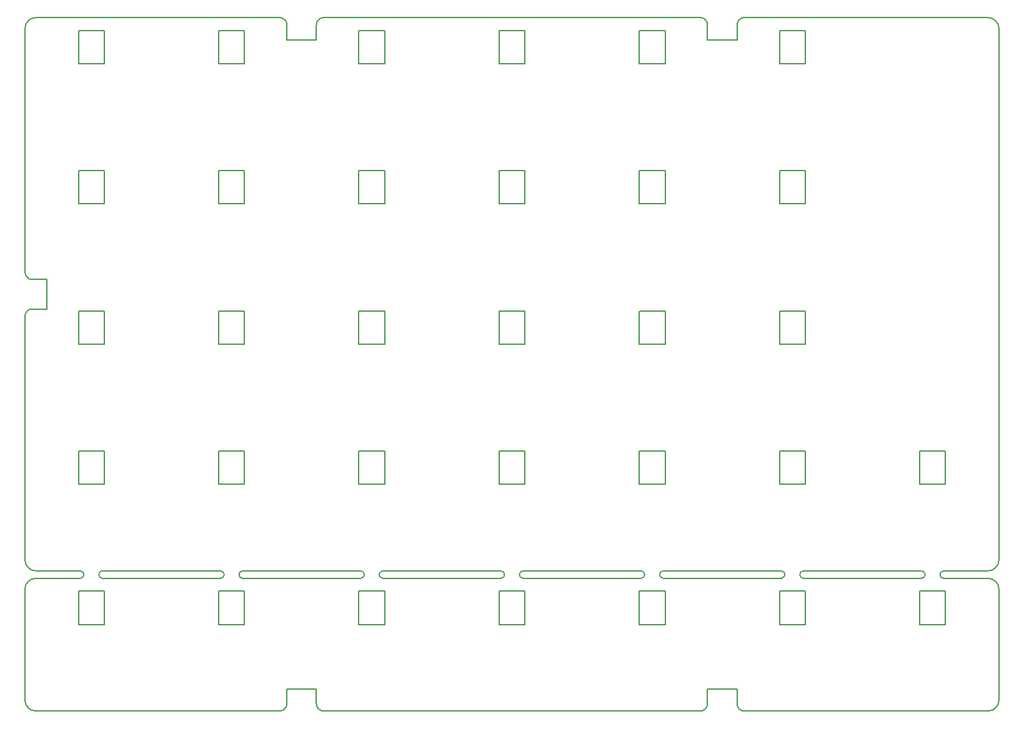
<source format=gbr>
G04 #@! TF.FileFunction,Profile,NP*
%FSLAX46Y46*%
G04 Gerber Fmt 4.6, Leading zero omitted, Abs format (unit mm)*
G04 Created by KiCad (PCBNEW 4.0.1-stable) date 2018/01/08 13:19:11*
%MOMM*%
G01*
G04 APERTURE LIST*
%ADD10C,0.100000*%
%ADD11C,0.150000*%
G04 APERTURE END LIST*
D10*
D11*
X180500000Y-138000000D02*
X213500000Y-138000000D01*
X179500000Y-135000000D02*
X179500000Y-137000000D01*
X175500000Y-137000000D02*
X175500000Y-135000000D01*
X123500000Y-138000000D02*
X174500000Y-138000000D01*
X117500000Y-138000000D02*
X84500000Y-138000000D01*
X122500000Y-135000000D02*
X122500000Y-137000000D01*
X118500000Y-135000000D02*
X118500000Y-137000000D01*
X83000000Y-84500000D02*
X83000000Y-117500000D01*
X86000000Y-83500000D02*
X84000000Y-83500000D01*
X84000000Y-79500000D02*
X86000000Y-79500000D01*
X83000000Y-45500000D02*
X83000000Y-78500000D01*
X179500000Y-137000000D02*
G75*
G03X180500000Y-138000000I1000000J0D01*
G01*
X174500000Y-138000000D02*
G75*
G03X175500000Y-137000000I0J1000000D01*
G01*
X122500000Y-137000000D02*
G75*
G03X123500000Y-138000000I1000000J0D01*
G01*
X117500000Y-138000000D02*
G75*
G03X118500000Y-137000000I0J1000000D01*
G01*
X84000000Y-83500000D02*
G75*
G03X83000000Y-84500000I0J-1000000D01*
G01*
X83000000Y-78500000D02*
G75*
G03X84000000Y-79500000I1000000J0D01*
G01*
X180500000Y-44000000D02*
X213500000Y-44000000D01*
X179500000Y-45000000D02*
X179500000Y-47000000D01*
X180500000Y-44000000D02*
G75*
G03X179500000Y-45000000I0J-1000000D01*
G01*
X175500000Y-45000000D02*
X175500000Y-47000000D01*
X175500000Y-45000000D02*
G75*
G03X174500000Y-44000000I-1000000J0D01*
G01*
X123500000Y-44000000D02*
X174500000Y-44000000D01*
X122500000Y-47000000D02*
X122500000Y-45000000D01*
X123500000Y-44000000D02*
G75*
G03X122500000Y-45000000I0J-1000000D01*
G01*
X117500000Y-44000000D02*
X84500000Y-44000000D01*
X118500000Y-45000000D02*
X118500000Y-47000000D01*
X118500000Y-45000000D02*
G75*
G03X117500000Y-44000000I-1000000J0D01*
G01*
X175500000Y-135000000D02*
X179500000Y-135000000D01*
X118500000Y-135000000D02*
X122500000Y-135000000D01*
X175500000Y-47000000D02*
X179500000Y-47000000D01*
X118500000Y-47000000D02*
X122500000Y-47000000D01*
X86000000Y-79500000D02*
X86000000Y-83500000D01*
X204250000Y-126250000D02*
X204250000Y-121750000D01*
X207750000Y-126250000D02*
X204250000Y-126250000D01*
X207750000Y-121750000D02*
X207750000Y-126250000D01*
X204250000Y-121750000D02*
X207750000Y-121750000D01*
X185250000Y-126250000D02*
X185250000Y-121750000D01*
X188750000Y-126250000D02*
X185250000Y-126250000D01*
X188750000Y-121750000D02*
X188750000Y-126250000D01*
X185250000Y-121750000D02*
X188750000Y-121750000D01*
X166250000Y-126250000D02*
X166250000Y-121750000D01*
X169750000Y-126250000D02*
X166250000Y-126250000D01*
X169750000Y-121750000D02*
X169750000Y-126250000D01*
X166250000Y-121750000D02*
X169750000Y-121750000D01*
X147250000Y-126250000D02*
X147250000Y-121750000D01*
X150750000Y-126250000D02*
X147250000Y-126250000D01*
X150750000Y-121750000D02*
X150750000Y-126250000D01*
X147250000Y-121750000D02*
X150750000Y-121750000D01*
X128250000Y-126250000D02*
X128250000Y-121750000D01*
X131750000Y-126250000D02*
X128250000Y-126250000D01*
X131750000Y-121750000D02*
X131750000Y-126250000D01*
X128250000Y-121750000D02*
X131750000Y-121750000D01*
X109250000Y-126250000D02*
X109250000Y-121750000D01*
X112750000Y-126250000D02*
X109250000Y-126250000D01*
X112750000Y-121750000D02*
X112750000Y-126250000D01*
X109250000Y-121750000D02*
X112750000Y-121750000D01*
X90250000Y-126250000D02*
X90250000Y-121750000D01*
X93750000Y-126250000D02*
X90250000Y-126250000D01*
X93750000Y-121750000D02*
X93750000Y-126250000D01*
X90250000Y-121750000D02*
X93750000Y-121750000D01*
X90250000Y-107250000D02*
X90250000Y-102750000D01*
X93750000Y-107250000D02*
X90250000Y-107250000D01*
X93750000Y-102750000D02*
X93750000Y-107250000D01*
X90250000Y-102750000D02*
X93750000Y-102750000D01*
X109250000Y-107250000D02*
X109250000Y-102750000D01*
X112750000Y-107250000D02*
X109250000Y-107250000D01*
X112750000Y-102750000D02*
X112750000Y-107250000D01*
X109250000Y-102750000D02*
X112750000Y-102750000D01*
X128250000Y-107250000D02*
X128250000Y-102750000D01*
X131750000Y-107250000D02*
X128250000Y-107250000D01*
X131750000Y-102750000D02*
X131750000Y-107250000D01*
X128250000Y-102750000D02*
X131750000Y-102750000D01*
X147250000Y-107250000D02*
X147250000Y-102750000D01*
X150750000Y-107250000D02*
X147250000Y-107250000D01*
X150750000Y-102750000D02*
X150750000Y-107250000D01*
X147300000Y-102750000D02*
X150750000Y-102750000D01*
X166250000Y-107250000D02*
X166250000Y-102750000D01*
X169750000Y-107250000D02*
X166250000Y-107250000D01*
X169750000Y-102750000D02*
X169750000Y-107250000D01*
X166250000Y-102750000D02*
X169750000Y-102750000D01*
X185250000Y-107250000D02*
X185250000Y-102750000D01*
X188750000Y-107250000D02*
X185250000Y-107250000D01*
X188750000Y-102750000D02*
X188750000Y-107250000D01*
X185250000Y-102750000D02*
X188750000Y-102750000D01*
X204250000Y-107250000D02*
X204250000Y-102750000D01*
X207750000Y-107250000D02*
X204250000Y-107250000D01*
X207750000Y-102750000D02*
X207750000Y-107250000D01*
X204250000Y-102750000D02*
X207750000Y-102750000D01*
X185250000Y-88250000D02*
X185250000Y-83750000D01*
X188750000Y-88250000D02*
X185250000Y-88250000D01*
X188750000Y-83750000D02*
X188750000Y-88250000D01*
X185250000Y-83750000D02*
X188750000Y-83750000D01*
X166250000Y-88250000D02*
X166250000Y-83750000D01*
X169750000Y-88250000D02*
X166250000Y-88250000D01*
X169750000Y-83750000D02*
X169750000Y-88250000D01*
X166300000Y-83750000D02*
X169750000Y-83750000D01*
X147250000Y-88250000D02*
X147250000Y-83750000D01*
X150750000Y-88250000D02*
X147250000Y-88250000D01*
X150750000Y-83750000D02*
X150750000Y-88250000D01*
X147250000Y-83750000D02*
X150750000Y-83750000D01*
X128250000Y-88250000D02*
X128250000Y-83750000D01*
X131750000Y-88250000D02*
X128250000Y-88250000D01*
X131750000Y-83750000D02*
X131750000Y-88250000D01*
X128250000Y-83750000D02*
X131750000Y-83750000D01*
X109250000Y-88250000D02*
X109250000Y-83750000D01*
X112750000Y-88250000D02*
X109250000Y-88250000D01*
X112750000Y-83750000D02*
X112750000Y-88250000D01*
X109250000Y-83750000D02*
X112750000Y-83750000D01*
X90250000Y-88250000D02*
X90250000Y-83750000D01*
X93750000Y-88250000D02*
X90250000Y-88250000D01*
X93750000Y-83750000D02*
X93750000Y-88250000D01*
X90250000Y-83750000D02*
X93750000Y-83750000D01*
X90250000Y-69250000D02*
X90250000Y-64750000D01*
X93750000Y-69250000D02*
X90250000Y-69250000D01*
X93750000Y-64750000D02*
X93750000Y-69250000D01*
X90250000Y-64750000D02*
X93750000Y-64750000D01*
X109250000Y-69250000D02*
X109250000Y-64750000D01*
X112750000Y-69250000D02*
X109250000Y-69250000D01*
X112750000Y-64750000D02*
X112750000Y-69250000D01*
X109250000Y-64750000D02*
X112750000Y-64750000D01*
X128250000Y-69250000D02*
X128250000Y-64750000D01*
X131750000Y-69250000D02*
X128250000Y-69250000D01*
X131750000Y-64750000D02*
X131750000Y-69250000D01*
X128250000Y-64750000D02*
X131750000Y-64750000D01*
X147250000Y-69250000D02*
X147250000Y-64750000D01*
X150750000Y-69250000D02*
X147250000Y-69250000D01*
X150750000Y-64750000D02*
X150750000Y-69250000D01*
X147250000Y-64750000D02*
X150750000Y-64750000D01*
X166250000Y-69250000D02*
X166250000Y-64750000D01*
X169750000Y-69250000D02*
X166250000Y-69250000D01*
X169750000Y-64750000D02*
X169750000Y-69250000D01*
X166250000Y-64750000D02*
X169750000Y-64750000D01*
X185250000Y-69250000D02*
X185250000Y-64750000D01*
X188750000Y-69250000D02*
X185250000Y-69250000D01*
X188750000Y-64750000D02*
X188750000Y-69250000D01*
X185250000Y-64750000D02*
X188750000Y-64750000D01*
X185250000Y-50250000D02*
X185250000Y-45750000D01*
X188750000Y-50250000D02*
X185250000Y-50250000D01*
X188750000Y-45750000D02*
X188750000Y-50250000D01*
X185250000Y-45750000D02*
X188750000Y-45750000D01*
X166250000Y-50250000D02*
X166250000Y-45750000D01*
X169750000Y-50250000D02*
X166250000Y-50250000D01*
X169750000Y-45750000D02*
X169750000Y-50250000D01*
X166250000Y-45750000D02*
X169750000Y-45750000D01*
X147250000Y-50250000D02*
X147250000Y-45750000D01*
X150750000Y-50250000D02*
X147250000Y-50250000D01*
X150750000Y-45750000D02*
X150750000Y-50250000D01*
X147250000Y-45750000D02*
X150750000Y-45750000D01*
X128250000Y-50250000D02*
X128250000Y-45750000D01*
X131750000Y-50250000D02*
X128250000Y-50250000D01*
X131750000Y-45750000D02*
X131750000Y-50250000D01*
X128250000Y-45750000D02*
X131750000Y-45750000D01*
X109250000Y-50250000D02*
X109250000Y-45750000D01*
X112750000Y-50250000D02*
X109250000Y-50250000D01*
X112750000Y-45750000D02*
X112750000Y-50250000D01*
X109250000Y-45750000D02*
X112750000Y-45750000D01*
X90250000Y-50250000D02*
X90250000Y-45750000D01*
X93750000Y-50250000D02*
X90250000Y-50250000D01*
X93750000Y-45750000D02*
X93750000Y-50250000D01*
X90250000Y-45750000D02*
X93750000Y-45750000D01*
X204500000Y-120000000D02*
X188500000Y-120000000D01*
X188500000Y-119000000D02*
X204500000Y-119000000D01*
X185500000Y-120000000D02*
X169500000Y-120000000D01*
X169500000Y-119000000D02*
X185500000Y-119000000D01*
X166500000Y-120000000D02*
X150500000Y-120000000D01*
X150500000Y-119000000D02*
X166500000Y-119000000D01*
X147500000Y-120000000D02*
X131500000Y-120000000D01*
X131500000Y-119000000D02*
X147500000Y-119000000D01*
X128500000Y-120000000D02*
X112500000Y-120000000D01*
X112500000Y-119000000D02*
X128500000Y-119000000D01*
X93500000Y-120000000D02*
X109500000Y-120000000D01*
X93500000Y-119000000D02*
X109500000Y-119000000D01*
X90500000Y-120000000D02*
X84500000Y-120000000D01*
X84500000Y-119000000D02*
X90500000Y-119000000D01*
X215000000Y-117500000D02*
X215000000Y-45500000D01*
X207500000Y-119000000D02*
X213500000Y-119000000D01*
X213500000Y-120000000D02*
X207500000Y-120000000D01*
X215000000Y-136500000D02*
X215000000Y-121500000D01*
X83000000Y-121500000D02*
X83000000Y-136500000D01*
X215000000Y-45500000D02*
G75*
G03X213500000Y-44000000I-1500000J0D01*
G01*
X84500000Y-44000000D02*
G75*
G03X83000000Y-45500000I0J-1500000D01*
G01*
X207000000Y-119500000D02*
G75*
G03X207500000Y-120000000I500000J0D01*
G01*
X207500000Y-119000000D02*
G75*
G03X207000000Y-119500000I0J-500000D01*
G01*
X204500000Y-120000000D02*
G75*
G03X205000000Y-119500000I0J500000D01*
G01*
X205000000Y-119500000D02*
G75*
G03X204500000Y-119000000I-500000J0D01*
G01*
X188000000Y-119500000D02*
G75*
G03X188500000Y-120000000I500000J0D01*
G01*
X188500000Y-119000000D02*
G75*
G03X188000000Y-119500000I0J-500000D01*
G01*
X185500000Y-120000000D02*
G75*
G03X186000000Y-119500000I0J500000D01*
G01*
X186000000Y-119500000D02*
G75*
G03X185500000Y-119000000I-500000J0D01*
G01*
X169000000Y-119500000D02*
G75*
G03X169500000Y-120000000I500000J0D01*
G01*
X169500000Y-119000000D02*
G75*
G03X169000000Y-119500000I0J-500000D01*
G01*
X166500000Y-120000000D02*
G75*
G03X167000000Y-119500000I0J500000D01*
G01*
X167000000Y-119500000D02*
G75*
G03X166500000Y-119000000I-500000J0D01*
G01*
X150000000Y-119500000D02*
G75*
G03X150500000Y-120000000I500000J0D01*
G01*
X150500000Y-119000000D02*
G75*
G03X150000000Y-119500000I0J-500000D01*
G01*
X147500000Y-120000000D02*
G75*
G03X148000000Y-119500000I0J500000D01*
G01*
X148000000Y-119500000D02*
G75*
G03X147500000Y-119000000I-500000J0D01*
G01*
X131000000Y-119500000D02*
G75*
G03X131500000Y-120000000I500000J0D01*
G01*
X131500000Y-119000000D02*
G75*
G03X131000000Y-119500000I0J-500000D01*
G01*
X128500000Y-120000000D02*
G75*
G03X129000000Y-119500000I0J500000D01*
G01*
X129000000Y-119500000D02*
G75*
G03X128500000Y-119000000I-500000J0D01*
G01*
X112000000Y-119500000D02*
G75*
G03X112500000Y-120000000I500000J0D01*
G01*
X112500000Y-119000000D02*
G75*
G03X112000000Y-119500000I0J-500000D01*
G01*
X109500000Y-120000000D02*
G75*
G03X110000000Y-119500000I0J500000D01*
G01*
X110000000Y-119500000D02*
G75*
G03X109500000Y-119000000I-500000J0D01*
G01*
X93000000Y-119500000D02*
G75*
G03X93500000Y-120000000I500000J0D01*
G01*
X93500000Y-119000000D02*
G75*
G03X93000000Y-119500000I0J-500000D01*
G01*
X90500000Y-120000000D02*
G75*
G03X91000000Y-119500000I0J500000D01*
G01*
X91000000Y-119500000D02*
G75*
G03X90500000Y-119000000I-500000J0D01*
G01*
X83000000Y-117500000D02*
G75*
G03X84500000Y-119000000I1500000J0D01*
G01*
X84500000Y-120000000D02*
G75*
G03X83000000Y-121500000I0J-1500000D01*
G01*
X83000000Y-136500000D02*
G75*
G03X84500000Y-138000000I1500000J0D01*
G01*
X213500000Y-138000000D02*
G75*
G03X215000000Y-136500000I0J1500000D01*
G01*
X215000000Y-121500000D02*
G75*
G03X213500000Y-120000000I-1500000J0D01*
G01*
X213500000Y-119000000D02*
G75*
G03X215000000Y-117500000I0J1500000D01*
G01*
M02*

</source>
